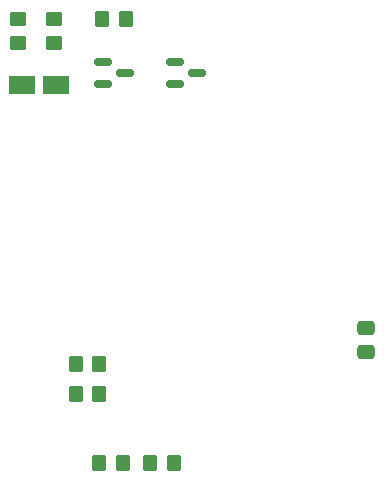
<source format=gtp>
G04 #@! TF.GenerationSoftware,KiCad,Pcbnew,(6.0.9)*
G04 #@! TF.CreationDate,2022-11-23T08:11:33+08:00*
G04 #@! TF.ProjectId,low_battery_voltage_alarm,6c6f775f-6261-4747-9465-72795f766f6c,rev?*
G04 #@! TF.SameCoordinates,Original*
G04 #@! TF.FileFunction,Paste,Top*
G04 #@! TF.FilePolarity,Positive*
%FSLAX46Y46*%
G04 Gerber Fmt 4.6, Leading zero omitted, Abs format (unit mm)*
G04 Created by KiCad (PCBNEW (6.0.9)) date 2022-11-23 08:11:33*
%MOMM*%
%LPD*%
G01*
G04 APERTURE LIST*
G04 Aperture macros list*
%AMRoundRect*
0 Rectangle with rounded corners*
0 $1 Rounding radius*
0 $2 $3 $4 $5 $6 $7 $8 $9 X,Y pos of 4 corners*
0 Add a 4 corners polygon primitive as box body*
4,1,4,$2,$3,$4,$5,$6,$7,$8,$9,$2,$3,0*
0 Add four circle primitives for the rounded corners*
1,1,$1+$1,$2,$3*
1,1,$1+$1,$4,$5*
1,1,$1+$1,$6,$7*
1,1,$1+$1,$8,$9*
0 Add four rect primitives between the rounded corners*
20,1,$1+$1,$2,$3,$4,$5,0*
20,1,$1+$1,$4,$5,$6,$7,0*
20,1,$1+$1,$6,$7,$8,$9,0*
20,1,$1+$1,$8,$9,$2,$3,0*%
G04 Aperture macros list end*
%ADD10RoundRect,0.150000X-0.587500X-0.150000X0.587500X-0.150000X0.587500X0.150000X-0.587500X0.150000X0*%
%ADD11RoundRect,0.250000X-0.475000X0.337500X-0.475000X-0.337500X0.475000X-0.337500X0.475000X0.337500X0*%
%ADD12RoundRect,0.250000X0.350000X0.450000X-0.350000X0.450000X-0.350000X-0.450000X0.350000X-0.450000X0*%
%ADD13RoundRect,0.250000X-0.350000X-0.450000X0.350000X-0.450000X0.350000X0.450000X-0.350000X0.450000X0*%
%ADD14RoundRect,0.250000X0.450000X-0.350000X0.450000X0.350000X-0.450000X0.350000X-0.450000X-0.350000X0*%
%ADD15R,2.200000X1.500000*%
G04 APERTURE END LIST*
D10*
X142826500Y-78552000D03*
X142826500Y-80452000D03*
X144701500Y-79502000D03*
D11*
X165100000Y-101070500D03*
X165100000Y-103145500D03*
D12*
X144510000Y-112522000D03*
X142510000Y-112522000D03*
D13*
X140494000Y-106680000D03*
X142494000Y-106680000D03*
D14*
X138684000Y-76946000D03*
X138684000Y-74946000D03*
X135636000Y-76946000D03*
X135636000Y-74946000D03*
D12*
X148828000Y-112522000D03*
X146828000Y-112522000D03*
D15*
X135964000Y-80518000D03*
X138864000Y-80518000D03*
D13*
X140494000Y-104140000D03*
X142494000Y-104140000D03*
D10*
X148922500Y-78552000D03*
X148922500Y-80452000D03*
X150797500Y-79502000D03*
D13*
X142764000Y-74930000D03*
X144764000Y-74930000D03*
M02*

</source>
